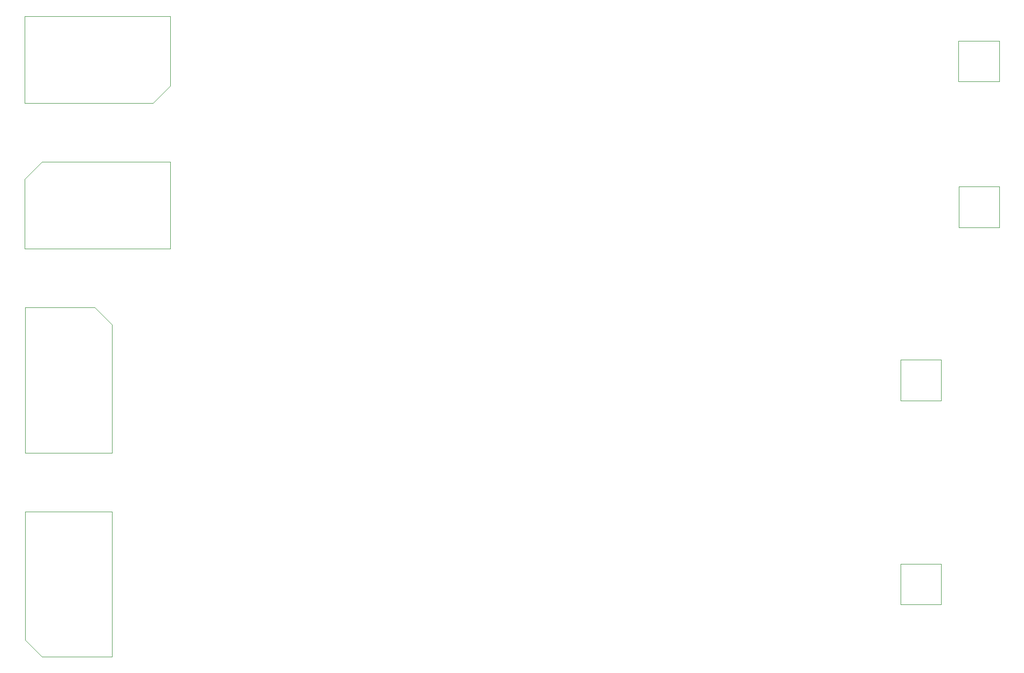
<source format=gbr>
G04 (created by PCBNEW-RS274X (2011-07-02 BZR 3034)-testing) date Thu 15 Dec 2011 12:00:24 PM CET*
G01*
G70*
G90*
%MOIN*%
G04 Gerber Fmt 3.4, Leading zero omitted, Abs format*
%FSLAX34Y34*%
G04 APERTURE LIST*
%ADD10C,0.006000*%
%ADD11C,0.003900*%
G04 APERTURE END LIST*
G54D10*
G54D11*
X20862Y-19705D02*
X19693Y-20874D01*
X29528Y-19705D02*
X20862Y-19705D01*
X19724Y-43331D02*
X19717Y-43331D01*
X19724Y-51988D02*
X19724Y-43331D01*
X20866Y-53130D02*
X19724Y-51988D01*
X25591Y-53130D02*
X20866Y-53130D01*
X25591Y-43323D02*
X25591Y-53130D01*
X19724Y-43323D02*
X25591Y-43323D01*
X19724Y-29528D02*
X19724Y-39370D01*
X24406Y-29528D02*
X19724Y-29528D01*
X25587Y-30709D02*
X24406Y-29528D01*
X25587Y-39366D02*
X25587Y-30709D01*
X19720Y-39366D02*
X25587Y-39366D01*
X19685Y-25571D02*
X19685Y-20866D01*
X29530Y-25570D02*
X19690Y-25570D01*
X29530Y-19710D02*
X29530Y-25570D01*
X81596Y-49593D02*
X81596Y-46853D01*
X78840Y-49608D02*
X81600Y-49608D01*
X78840Y-46860D02*
X78840Y-49600D01*
X81600Y-46852D02*
X78840Y-46852D01*
X81600Y-35830D02*
X81600Y-33070D01*
X78840Y-35830D02*
X81600Y-35830D01*
X78840Y-33070D02*
X78840Y-35830D01*
X81600Y-33070D02*
X78840Y-33070D01*
X85530Y-24120D02*
X85530Y-21360D01*
X82770Y-24120D02*
X85530Y-24120D01*
X82770Y-21360D02*
X82770Y-24120D01*
X85530Y-21360D02*
X82770Y-21360D01*
X85530Y-11520D02*
X85520Y-11520D01*
X85530Y-14270D02*
X85530Y-11520D01*
X82750Y-14270D02*
X85530Y-14270D01*
X82750Y-11520D02*
X82750Y-14270D01*
X85530Y-11520D02*
X82750Y-11520D01*
X19690Y-15730D02*
X19690Y-09860D01*
X28360Y-15730D02*
X19690Y-15730D01*
X29530Y-14560D02*
X28360Y-15730D01*
X29530Y-09860D02*
X29530Y-14560D01*
X19690Y-09860D02*
X29530Y-09860D01*
M02*

</source>
